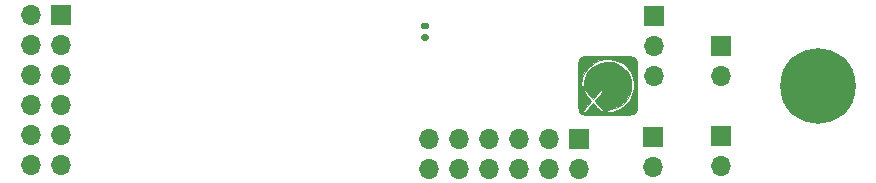
<source format=gbr>
G04 #@! TF.GenerationSoftware,KiCad,Pcbnew,(5.1.10)-1*
G04 #@! TF.CreationDate,2021-08-03T19:53:46-05:00*
G04 #@! TF.ProjectId,spimux,7370696d-7578-42e6-9b69-6361645f7063,rev?*
G04 #@! TF.SameCoordinates,Original*
G04 #@! TF.FileFunction,Soldermask,Bot*
G04 #@! TF.FilePolarity,Negative*
%FSLAX46Y46*%
G04 Gerber Fmt 4.6, Leading zero omitted, Abs format (unit mm)*
G04 Created by KiCad (PCBNEW (5.1.10)-1) date 2021-08-03 19:53:46*
%MOMM*%
%LPD*%
G01*
G04 APERTURE LIST*
%ADD10C,0.010000*%
%ADD11C,6.400000*%
%ADD12O,1.700000X1.700000*%
%ADD13R,1.700000X1.700000*%
G04 APERTURE END LIST*
D10*
G36*
X151995485Y-97245310D02*
G01*
X151481716Y-97248253D01*
X151095440Y-97255019D01*
X150815739Y-97267127D01*
X150621693Y-97286101D01*
X150492383Y-97313460D01*
X150406890Y-97350727D01*
X150344295Y-97399423D01*
X150329333Y-97414000D01*
X150277448Y-97474085D01*
X150237383Y-97551680D01*
X150207618Y-97667706D01*
X150186630Y-97843079D01*
X150172899Y-98098721D01*
X150164903Y-98455549D01*
X150161120Y-98934484D01*
X150160030Y-99556443D01*
X150160000Y-99742333D01*
X150160643Y-100404515D01*
X150163587Y-100918284D01*
X150170352Y-101304560D01*
X150182461Y-101584261D01*
X150201434Y-101778307D01*
X150228794Y-101907617D01*
X150266061Y-101993110D01*
X150314756Y-102055705D01*
X150329333Y-102070667D01*
X150389419Y-102122552D01*
X150467014Y-102162617D01*
X150583039Y-102192382D01*
X150758413Y-102213370D01*
X151014055Y-102227101D01*
X151370883Y-102235097D01*
X151849817Y-102238880D01*
X152471776Y-102239970D01*
X152657667Y-102240000D01*
X153319848Y-102239357D01*
X153833618Y-102236413D01*
X154219893Y-102229648D01*
X154499595Y-102217539D01*
X154693641Y-102198566D01*
X154822951Y-102171206D01*
X154908444Y-102133939D01*
X154971038Y-102085244D01*
X154986000Y-102070667D01*
X155037886Y-102010581D01*
X155077950Y-101932986D01*
X155107716Y-101816961D01*
X155128703Y-101641587D01*
X155142435Y-101385945D01*
X155150431Y-101029117D01*
X155154213Y-100550183D01*
X155155303Y-99928224D01*
X155155333Y-99742333D01*
X155155161Y-99564391D01*
X154892676Y-99564391D01*
X154879350Y-100067728D01*
X154758710Y-100558021D01*
X154528494Y-101013049D01*
X154186437Y-101410592D01*
X153730277Y-101728428D01*
X153293215Y-101906892D01*
X153029786Y-101963933D01*
X152787098Y-101979007D01*
X152611558Y-101953785D01*
X152592594Y-101934250D01*
X152276667Y-101934250D01*
X152227105Y-101993263D01*
X152092150Y-101932464D01*
X151892395Y-101764105D01*
X151758768Y-101626167D01*
X151429528Y-101266333D01*
X151109955Y-101626167D01*
X150893142Y-101843318D01*
X150717384Y-101969271D01*
X150607597Y-101989451D01*
X150583333Y-101934250D01*
X150633660Y-101847365D01*
X150764952Y-101671855D01*
X150929884Y-101468583D01*
X151276435Y-101054667D01*
X150927446Y-100637837D01*
X150736330Y-100385071D01*
X150656232Y-100219579D01*
X150671195Y-100163692D01*
X150774708Y-100129149D01*
X150791449Y-100136022D01*
X150856483Y-100212409D01*
X150994922Y-100377845D01*
X151117842Y-100525562D01*
X151416719Y-100885458D01*
X151752006Y-100493206D01*
X151957389Y-100279780D01*
X152115842Y-100167212D01*
X152184418Y-100160981D01*
X152192884Y-100259812D01*
X152070356Y-100463656D01*
X151932555Y-100637837D01*
X151583565Y-101054667D01*
X151930116Y-101468583D01*
X152109417Y-101690253D01*
X152234628Y-101859410D01*
X152276667Y-101934250D01*
X152592594Y-101934250D01*
X152549574Y-101889938D01*
X152551821Y-101880205D01*
X152649795Y-101806562D01*
X152857891Y-101740652D01*
X152981971Y-101717925D01*
X153506891Y-101566417D01*
X153944611Y-101291257D01*
X154286605Y-100918739D01*
X154524348Y-100475157D01*
X154649313Y-99986806D01*
X154652977Y-99479980D01*
X154526812Y-98980974D01*
X154262295Y-98516082D01*
X154085455Y-98314545D01*
X153634772Y-97975426D01*
X153125358Y-97779956D01*
X152588642Y-97728455D01*
X152056058Y-97821240D01*
X151559037Y-98058628D01*
X151274610Y-98286124D01*
X150943455Y-98678087D01*
X150748233Y-99108827D01*
X150680257Y-99430741D01*
X150621126Y-99682284D01*
X150544010Y-99826666D01*
X150470474Y-99849280D01*
X150422084Y-99735525D01*
X150414000Y-99611045D01*
X150471861Y-99138688D01*
X150656613Y-98706268D01*
X150985013Y-98277986D01*
X151088023Y-98170874D01*
X151512990Y-97809996D01*
X151943798Y-97595023D01*
X152428738Y-97507932D01*
X152845819Y-97514836D01*
X153428837Y-97629792D01*
X153918122Y-97865031D01*
X154311413Y-98198331D01*
X154606444Y-98607472D01*
X154800953Y-99070232D01*
X154892676Y-99564391D01*
X155155161Y-99564391D01*
X155154690Y-99080152D01*
X155151747Y-98566382D01*
X155144981Y-98180107D01*
X155132873Y-97900405D01*
X155113899Y-97706359D01*
X155086540Y-97577049D01*
X155049273Y-97491556D01*
X155000577Y-97428962D01*
X154986000Y-97414000D01*
X154925915Y-97362114D01*
X154848320Y-97322050D01*
X154732294Y-97292284D01*
X154556921Y-97271297D01*
X154301279Y-97257565D01*
X153944451Y-97249569D01*
X153465516Y-97245787D01*
X152843557Y-97244697D01*
X152657667Y-97244667D01*
X151995485Y-97245310D01*
G37*
X151995485Y-97245310D02*
X151481716Y-97248253D01*
X151095440Y-97255019D01*
X150815739Y-97267127D01*
X150621693Y-97286101D01*
X150492383Y-97313460D01*
X150406890Y-97350727D01*
X150344295Y-97399423D01*
X150329333Y-97414000D01*
X150277448Y-97474085D01*
X150237383Y-97551680D01*
X150207618Y-97667706D01*
X150186630Y-97843079D01*
X150172899Y-98098721D01*
X150164903Y-98455549D01*
X150161120Y-98934484D01*
X150160030Y-99556443D01*
X150160000Y-99742333D01*
X150160643Y-100404515D01*
X150163587Y-100918284D01*
X150170352Y-101304560D01*
X150182461Y-101584261D01*
X150201434Y-101778307D01*
X150228794Y-101907617D01*
X150266061Y-101993110D01*
X150314756Y-102055705D01*
X150329333Y-102070667D01*
X150389419Y-102122552D01*
X150467014Y-102162617D01*
X150583039Y-102192382D01*
X150758413Y-102213370D01*
X151014055Y-102227101D01*
X151370883Y-102235097D01*
X151849817Y-102238880D01*
X152471776Y-102239970D01*
X152657667Y-102240000D01*
X153319848Y-102239357D01*
X153833618Y-102236413D01*
X154219893Y-102229648D01*
X154499595Y-102217539D01*
X154693641Y-102198566D01*
X154822951Y-102171206D01*
X154908444Y-102133939D01*
X154971038Y-102085244D01*
X154986000Y-102070667D01*
X155037886Y-102010581D01*
X155077950Y-101932986D01*
X155107716Y-101816961D01*
X155128703Y-101641587D01*
X155142435Y-101385945D01*
X155150431Y-101029117D01*
X155154213Y-100550183D01*
X155155303Y-99928224D01*
X155155333Y-99742333D01*
X155155161Y-99564391D01*
X154892676Y-99564391D01*
X154879350Y-100067728D01*
X154758710Y-100558021D01*
X154528494Y-101013049D01*
X154186437Y-101410592D01*
X153730277Y-101728428D01*
X153293215Y-101906892D01*
X153029786Y-101963933D01*
X152787098Y-101979007D01*
X152611558Y-101953785D01*
X152592594Y-101934250D01*
X152276667Y-101934250D01*
X152227105Y-101993263D01*
X152092150Y-101932464D01*
X151892395Y-101764105D01*
X151758768Y-101626167D01*
X151429528Y-101266333D01*
X151109955Y-101626167D01*
X150893142Y-101843318D01*
X150717384Y-101969271D01*
X150607597Y-101989451D01*
X150583333Y-101934250D01*
X150633660Y-101847365D01*
X150764952Y-101671855D01*
X150929884Y-101468583D01*
X151276435Y-101054667D01*
X150927446Y-100637837D01*
X150736330Y-100385071D01*
X150656232Y-100219579D01*
X150671195Y-100163692D01*
X150774708Y-100129149D01*
X150791449Y-100136022D01*
X150856483Y-100212409D01*
X150994922Y-100377845D01*
X151117842Y-100525562D01*
X151416719Y-100885458D01*
X151752006Y-100493206D01*
X151957389Y-100279780D01*
X152115842Y-100167212D01*
X152184418Y-100160981D01*
X152192884Y-100259812D01*
X152070356Y-100463656D01*
X151932555Y-100637837D01*
X151583565Y-101054667D01*
X151930116Y-101468583D01*
X152109417Y-101690253D01*
X152234628Y-101859410D01*
X152276667Y-101934250D01*
X152592594Y-101934250D01*
X152549574Y-101889938D01*
X152551821Y-101880205D01*
X152649795Y-101806562D01*
X152857891Y-101740652D01*
X152981971Y-101717925D01*
X153506891Y-101566417D01*
X153944611Y-101291257D01*
X154286605Y-100918739D01*
X154524348Y-100475157D01*
X154649313Y-99986806D01*
X154652977Y-99479980D01*
X154526812Y-98980974D01*
X154262295Y-98516082D01*
X154085455Y-98314545D01*
X153634772Y-97975426D01*
X153125358Y-97779956D01*
X152588642Y-97728455D01*
X152056058Y-97821240D01*
X151559037Y-98058628D01*
X151274610Y-98286124D01*
X150943455Y-98678087D01*
X150748233Y-99108827D01*
X150680257Y-99430741D01*
X150621126Y-99682284D01*
X150544010Y-99826666D01*
X150470474Y-99849280D01*
X150422084Y-99735525D01*
X150414000Y-99611045D01*
X150471861Y-99138688D01*
X150656613Y-98706268D01*
X150985013Y-98277986D01*
X151088023Y-98170874D01*
X151512990Y-97809996D01*
X151943798Y-97595023D01*
X152428738Y-97507932D01*
X152845819Y-97514836D01*
X153428837Y-97629792D01*
X153918122Y-97865031D01*
X154311413Y-98198331D01*
X154606444Y-98607472D01*
X154800953Y-99070232D01*
X154892676Y-99564391D01*
X155155161Y-99564391D01*
X155154690Y-99080152D01*
X155151747Y-98566382D01*
X155144981Y-98180107D01*
X155132873Y-97900405D01*
X155113899Y-97706359D01*
X155086540Y-97577049D01*
X155049273Y-97491556D01*
X155000577Y-97428962D01*
X154986000Y-97414000D01*
X154925915Y-97362114D01*
X154848320Y-97322050D01*
X154732294Y-97292284D01*
X154556921Y-97271297D01*
X154301279Y-97257565D01*
X153944451Y-97249569D01*
X153465516Y-97245787D01*
X152843557Y-97244697D01*
X152657667Y-97244667D01*
X151995485Y-97245310D01*
D11*
X170430000Y-99770000D03*
D12*
X137510000Y-106780000D03*
X137510000Y-104240000D03*
X140050000Y-106780000D03*
X140050000Y-104240000D03*
X142590000Y-106780000D03*
X142590000Y-104240000D03*
X145130000Y-106780000D03*
X145130000Y-104240000D03*
X147670000Y-106780000D03*
X147670000Y-104240000D03*
X150210000Y-106780000D03*
D13*
X150210000Y-104240000D03*
D12*
X156560000Y-98910000D03*
X156560000Y-96370000D03*
D13*
X156560000Y-93830000D03*
D12*
X162220000Y-98940000D03*
D13*
X162220000Y-96400000D03*
D12*
X103830000Y-106440000D03*
X106370000Y-106440000D03*
X103830000Y-103900000D03*
X106370000Y-103900000D03*
X103830000Y-101360000D03*
X106370000Y-101360000D03*
X103830000Y-98820000D03*
X106370000Y-98820000D03*
X103830000Y-96280000D03*
X106370000Y-96280000D03*
X103830000Y-93740000D03*
D13*
X106370000Y-93740000D03*
D12*
X162250000Y-106580000D03*
D13*
X162250000Y-104040000D03*
D12*
X156480000Y-106680000D03*
D13*
X156480000Y-104140000D03*
G36*
G01*
X137030000Y-95390000D02*
X137370000Y-95390000D01*
G75*
G02*
X137510000Y-95530000I0J-140000D01*
G01*
X137510000Y-95810000D01*
G75*
G02*
X137370000Y-95950000I-140000J0D01*
G01*
X137030000Y-95950000D01*
G75*
G02*
X136890000Y-95810000I0J140000D01*
G01*
X136890000Y-95530000D01*
G75*
G02*
X137030000Y-95390000I140000J0D01*
G01*
G37*
G36*
G01*
X137030000Y-94430000D02*
X137370000Y-94430000D01*
G75*
G02*
X137510000Y-94570000I0J-140000D01*
G01*
X137510000Y-94850000D01*
G75*
G02*
X137370000Y-94990000I-140000J0D01*
G01*
X137030000Y-94990000D01*
G75*
G02*
X136890000Y-94850000I0J140000D01*
G01*
X136890000Y-94570000D01*
G75*
G02*
X137030000Y-94430000I140000J0D01*
G01*
G37*
M02*

</source>
